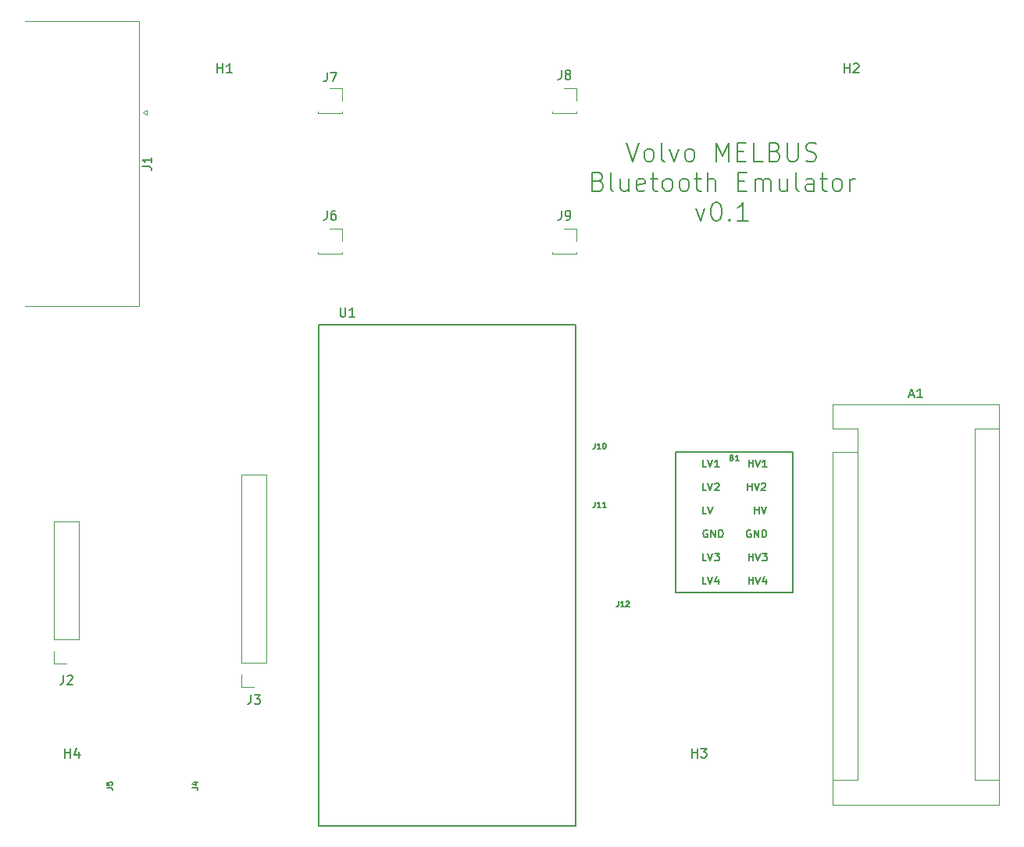
<source format=gto>
G04 #@! TF.GenerationSoftware,KiCad,Pcbnew,(6.0.4)*
G04 #@! TF.CreationDate,2022-04-10T11:41:21+03:00*
G04 #@! TF.ProjectId,volvo_bt_board,766f6c76-6f5f-4627-945f-626f6172642e,rev?*
G04 #@! TF.SameCoordinates,Original*
G04 #@! TF.FileFunction,Legend,Top*
G04 #@! TF.FilePolarity,Positive*
%FSLAX46Y46*%
G04 Gerber Fmt 4.6, Leading zero omitted, Abs format (unit mm)*
G04 Created by KiCad (PCBNEW (6.0.4)) date 2022-04-10 11:41:21*
%MOMM*%
%LPD*%
G01*
G04 APERTURE LIST*
%ADD10C,0.150000*%
%ADD11C,0.127000*%
%ADD12C,0.152400*%
%ADD13C,0.120000*%
%ADD14C,5.000000*%
%ADD15R,1.700000X1.700000*%
%ADD16C,2.082800*%
%ADD17R,1.600000X1.600000*%
%ADD18O,1.600000X1.600000*%
%ADD19O,1.700000X1.700000*%
%ADD20C,4.000000*%
%ADD21C,1.600000*%
%ADD22R,1.560000X1.560000*%
%ADD23C,1.560000*%
G04 APERTURE END LIST*
D10*
X136939047Y-62359761D02*
X137605714Y-64359761D01*
X138272380Y-62359761D01*
X139224761Y-64359761D02*
X139034285Y-64264523D01*
X138939047Y-64169285D01*
X138843809Y-63978809D01*
X138843809Y-63407380D01*
X138939047Y-63216904D01*
X139034285Y-63121666D01*
X139224761Y-63026428D01*
X139510476Y-63026428D01*
X139700952Y-63121666D01*
X139796190Y-63216904D01*
X139891428Y-63407380D01*
X139891428Y-63978809D01*
X139796190Y-64169285D01*
X139700952Y-64264523D01*
X139510476Y-64359761D01*
X139224761Y-64359761D01*
X141034285Y-64359761D02*
X140843809Y-64264523D01*
X140748571Y-64074047D01*
X140748571Y-62359761D01*
X141605714Y-63026428D02*
X142081904Y-64359761D01*
X142558095Y-63026428D01*
X143605714Y-64359761D02*
X143415238Y-64264523D01*
X143320000Y-64169285D01*
X143224761Y-63978809D01*
X143224761Y-63407380D01*
X143320000Y-63216904D01*
X143415238Y-63121666D01*
X143605714Y-63026428D01*
X143891428Y-63026428D01*
X144081904Y-63121666D01*
X144177142Y-63216904D01*
X144272380Y-63407380D01*
X144272380Y-63978809D01*
X144177142Y-64169285D01*
X144081904Y-64264523D01*
X143891428Y-64359761D01*
X143605714Y-64359761D01*
X146653333Y-64359761D02*
X146653333Y-62359761D01*
X147320000Y-63788333D01*
X147986666Y-62359761D01*
X147986666Y-64359761D01*
X148939047Y-63312142D02*
X149605714Y-63312142D01*
X149891428Y-64359761D02*
X148939047Y-64359761D01*
X148939047Y-62359761D01*
X149891428Y-62359761D01*
X151700952Y-64359761D02*
X150748571Y-64359761D01*
X150748571Y-62359761D01*
X153034285Y-63312142D02*
X153320000Y-63407380D01*
X153415238Y-63502619D01*
X153510476Y-63693095D01*
X153510476Y-63978809D01*
X153415238Y-64169285D01*
X153320000Y-64264523D01*
X153129523Y-64359761D01*
X152367619Y-64359761D01*
X152367619Y-62359761D01*
X153034285Y-62359761D01*
X153224761Y-62455000D01*
X153320000Y-62550238D01*
X153415238Y-62740714D01*
X153415238Y-62931190D01*
X153320000Y-63121666D01*
X153224761Y-63216904D01*
X153034285Y-63312142D01*
X152367619Y-63312142D01*
X154367619Y-62359761D02*
X154367619Y-63978809D01*
X154462857Y-64169285D01*
X154558095Y-64264523D01*
X154748571Y-64359761D01*
X155129523Y-64359761D01*
X155320000Y-64264523D01*
X155415238Y-64169285D01*
X155510476Y-63978809D01*
X155510476Y-62359761D01*
X156367619Y-64264523D02*
X156653333Y-64359761D01*
X157129523Y-64359761D01*
X157320000Y-64264523D01*
X157415238Y-64169285D01*
X157510476Y-63978809D01*
X157510476Y-63788333D01*
X157415238Y-63597857D01*
X157320000Y-63502619D01*
X157129523Y-63407380D01*
X156748571Y-63312142D01*
X156558095Y-63216904D01*
X156462857Y-63121666D01*
X156367619Y-62931190D01*
X156367619Y-62740714D01*
X156462857Y-62550238D01*
X156558095Y-62455000D01*
X156748571Y-62359761D01*
X157224761Y-62359761D01*
X157510476Y-62455000D01*
X133891428Y-66532142D02*
X134177142Y-66627380D01*
X134272380Y-66722619D01*
X134367619Y-66913095D01*
X134367619Y-67198809D01*
X134272380Y-67389285D01*
X134177142Y-67484523D01*
X133986666Y-67579761D01*
X133224761Y-67579761D01*
X133224761Y-65579761D01*
X133891428Y-65579761D01*
X134081904Y-65675000D01*
X134177142Y-65770238D01*
X134272380Y-65960714D01*
X134272380Y-66151190D01*
X134177142Y-66341666D01*
X134081904Y-66436904D01*
X133891428Y-66532142D01*
X133224761Y-66532142D01*
X135510476Y-67579761D02*
X135320000Y-67484523D01*
X135224761Y-67294047D01*
X135224761Y-65579761D01*
X137129523Y-66246428D02*
X137129523Y-67579761D01*
X136272380Y-66246428D02*
X136272380Y-67294047D01*
X136367619Y-67484523D01*
X136558095Y-67579761D01*
X136843809Y-67579761D01*
X137034285Y-67484523D01*
X137129523Y-67389285D01*
X138843809Y-67484523D02*
X138653333Y-67579761D01*
X138272380Y-67579761D01*
X138081904Y-67484523D01*
X137986666Y-67294047D01*
X137986666Y-66532142D01*
X138081904Y-66341666D01*
X138272380Y-66246428D01*
X138653333Y-66246428D01*
X138843809Y-66341666D01*
X138939047Y-66532142D01*
X138939047Y-66722619D01*
X137986666Y-66913095D01*
X139510476Y-66246428D02*
X140272380Y-66246428D01*
X139796190Y-65579761D02*
X139796190Y-67294047D01*
X139891428Y-67484523D01*
X140081904Y-67579761D01*
X140272380Y-67579761D01*
X141224761Y-67579761D02*
X141034285Y-67484523D01*
X140939047Y-67389285D01*
X140843809Y-67198809D01*
X140843809Y-66627380D01*
X140939047Y-66436904D01*
X141034285Y-66341666D01*
X141224761Y-66246428D01*
X141510476Y-66246428D01*
X141700952Y-66341666D01*
X141796190Y-66436904D01*
X141891428Y-66627380D01*
X141891428Y-67198809D01*
X141796190Y-67389285D01*
X141700952Y-67484523D01*
X141510476Y-67579761D01*
X141224761Y-67579761D01*
X143034285Y-67579761D02*
X142843809Y-67484523D01*
X142748571Y-67389285D01*
X142653333Y-67198809D01*
X142653333Y-66627380D01*
X142748571Y-66436904D01*
X142843809Y-66341666D01*
X143034285Y-66246428D01*
X143320000Y-66246428D01*
X143510476Y-66341666D01*
X143605714Y-66436904D01*
X143700952Y-66627380D01*
X143700952Y-67198809D01*
X143605714Y-67389285D01*
X143510476Y-67484523D01*
X143320000Y-67579761D01*
X143034285Y-67579761D01*
X144272380Y-66246428D02*
X145034285Y-66246428D01*
X144558095Y-65579761D02*
X144558095Y-67294047D01*
X144653333Y-67484523D01*
X144843809Y-67579761D01*
X145034285Y-67579761D01*
X145700952Y-67579761D02*
X145700952Y-65579761D01*
X146558095Y-67579761D02*
X146558095Y-66532142D01*
X146462857Y-66341666D01*
X146272380Y-66246428D01*
X145986666Y-66246428D01*
X145796190Y-66341666D01*
X145700952Y-66436904D01*
X149034285Y-66532142D02*
X149700952Y-66532142D01*
X149986666Y-67579761D02*
X149034285Y-67579761D01*
X149034285Y-65579761D01*
X149986666Y-65579761D01*
X150843809Y-67579761D02*
X150843809Y-66246428D01*
X150843809Y-66436904D02*
X150939047Y-66341666D01*
X151129523Y-66246428D01*
X151415238Y-66246428D01*
X151605714Y-66341666D01*
X151700952Y-66532142D01*
X151700952Y-67579761D01*
X151700952Y-66532142D02*
X151796190Y-66341666D01*
X151986666Y-66246428D01*
X152272380Y-66246428D01*
X152462857Y-66341666D01*
X152558095Y-66532142D01*
X152558095Y-67579761D01*
X154367619Y-66246428D02*
X154367619Y-67579761D01*
X153510476Y-66246428D02*
X153510476Y-67294047D01*
X153605714Y-67484523D01*
X153796190Y-67579761D01*
X154081904Y-67579761D01*
X154272380Y-67484523D01*
X154367619Y-67389285D01*
X155605714Y-67579761D02*
X155415238Y-67484523D01*
X155320000Y-67294047D01*
X155320000Y-65579761D01*
X157224761Y-67579761D02*
X157224761Y-66532142D01*
X157129523Y-66341666D01*
X156939047Y-66246428D01*
X156558095Y-66246428D01*
X156367619Y-66341666D01*
X157224761Y-67484523D02*
X157034285Y-67579761D01*
X156558095Y-67579761D01*
X156367619Y-67484523D01*
X156272380Y-67294047D01*
X156272380Y-67103571D01*
X156367619Y-66913095D01*
X156558095Y-66817857D01*
X157034285Y-66817857D01*
X157224761Y-66722619D01*
X157891428Y-66246428D02*
X158653333Y-66246428D01*
X158177142Y-65579761D02*
X158177142Y-67294047D01*
X158272380Y-67484523D01*
X158462857Y-67579761D01*
X158653333Y-67579761D01*
X159605714Y-67579761D02*
X159415238Y-67484523D01*
X159320000Y-67389285D01*
X159224761Y-67198809D01*
X159224761Y-66627380D01*
X159320000Y-66436904D01*
X159415238Y-66341666D01*
X159605714Y-66246428D01*
X159891428Y-66246428D01*
X160081904Y-66341666D01*
X160177142Y-66436904D01*
X160272380Y-66627380D01*
X160272380Y-67198809D01*
X160177142Y-67389285D01*
X160081904Y-67484523D01*
X159891428Y-67579761D01*
X159605714Y-67579761D01*
X161129523Y-67579761D02*
X161129523Y-66246428D01*
X161129523Y-66627380D02*
X161224761Y-66436904D01*
X161320000Y-66341666D01*
X161510476Y-66246428D01*
X161700952Y-66246428D01*
X144462857Y-69466428D02*
X144939047Y-70799761D01*
X145415238Y-69466428D01*
X146558095Y-68799761D02*
X146748571Y-68799761D01*
X146939047Y-68895000D01*
X147034285Y-68990238D01*
X147129523Y-69180714D01*
X147224761Y-69561666D01*
X147224761Y-70037857D01*
X147129523Y-70418809D01*
X147034285Y-70609285D01*
X146939047Y-70704523D01*
X146748571Y-70799761D01*
X146558095Y-70799761D01*
X146367619Y-70704523D01*
X146272380Y-70609285D01*
X146177142Y-70418809D01*
X146081904Y-70037857D01*
X146081904Y-69561666D01*
X146177142Y-69180714D01*
X146272380Y-68990238D01*
X146367619Y-68895000D01*
X146558095Y-68799761D01*
X148081904Y-70609285D02*
X148177142Y-70704523D01*
X148081904Y-70799761D01*
X147986666Y-70704523D01*
X148081904Y-70609285D01*
X148081904Y-70799761D01*
X150081904Y-70799761D02*
X148939047Y-70799761D01*
X149510476Y-70799761D02*
X149510476Y-68799761D01*
X149320000Y-69085476D01*
X149129523Y-69275952D01*
X148939047Y-69371190D01*
X144018095Y-129032380D02*
X144018095Y-128032380D01*
X144018095Y-128508571D02*
X144589523Y-128508571D01*
X144589523Y-129032380D02*
X144589523Y-128032380D01*
X144970476Y-128032380D02*
X145589523Y-128032380D01*
X145256190Y-128413333D01*
X145399047Y-128413333D01*
X145494285Y-128460952D01*
X145541904Y-128508571D01*
X145589523Y-128603809D01*
X145589523Y-128841904D01*
X145541904Y-128937142D01*
X145494285Y-128984761D01*
X145399047Y-129032380D01*
X145113333Y-129032380D01*
X145018095Y-128984761D01*
X144970476Y-128937142D01*
X129841666Y-69707380D02*
X129841666Y-70421666D01*
X129794047Y-70564523D01*
X129698809Y-70659761D01*
X129555952Y-70707380D01*
X129460714Y-70707380D01*
X130365476Y-70707380D02*
X130555952Y-70707380D01*
X130651190Y-70659761D01*
X130698809Y-70612142D01*
X130794047Y-70469285D01*
X130841666Y-70278809D01*
X130841666Y-69897857D01*
X130794047Y-69802619D01*
X130746428Y-69755000D01*
X130651190Y-69707380D01*
X130460714Y-69707380D01*
X130365476Y-69755000D01*
X130317857Y-69802619D01*
X130270238Y-69897857D01*
X130270238Y-70135952D01*
X130317857Y-70231190D01*
X130365476Y-70278809D01*
X130460714Y-70326428D01*
X130651190Y-70326428D01*
X130746428Y-70278809D01*
X130794047Y-70231190D01*
X130841666Y-70135952D01*
X104441666Y-69707380D02*
X104441666Y-70421666D01*
X104394047Y-70564523D01*
X104298809Y-70659761D01*
X104155952Y-70707380D01*
X104060714Y-70707380D01*
X105346428Y-69707380D02*
X105155952Y-69707380D01*
X105060714Y-69755000D01*
X105013095Y-69802619D01*
X104917857Y-69945476D01*
X104870238Y-70135952D01*
X104870238Y-70516904D01*
X104917857Y-70612142D01*
X104965476Y-70659761D01*
X105060714Y-70707380D01*
X105251190Y-70707380D01*
X105346428Y-70659761D01*
X105394047Y-70612142D01*
X105441666Y-70516904D01*
X105441666Y-70278809D01*
X105394047Y-70183571D01*
X105346428Y-70135952D01*
X105251190Y-70088333D01*
X105060714Y-70088333D01*
X104965476Y-70135952D01*
X104917857Y-70183571D01*
X104870238Y-70278809D01*
X92583095Y-54737380D02*
X92583095Y-53737380D01*
X92583095Y-54213571D02*
X93154523Y-54213571D01*
X93154523Y-54737380D02*
X93154523Y-53737380D01*
X94154523Y-54737380D02*
X93583095Y-54737380D01*
X93868809Y-54737380D02*
X93868809Y-53737380D01*
X93773571Y-53880238D01*
X93678333Y-53975476D01*
X93583095Y-54023095D01*
X104441666Y-54697380D02*
X104441666Y-55411666D01*
X104394047Y-55554523D01*
X104298809Y-55649761D01*
X104155952Y-55697380D01*
X104060714Y-55697380D01*
X104822619Y-54697380D02*
X105489285Y-54697380D01*
X105060714Y-55697380D01*
D11*
X133491514Y-94916171D02*
X133491514Y-95351600D01*
X133462485Y-95438685D01*
X133404428Y-95496742D01*
X133317342Y-95525771D01*
X133259285Y-95525771D01*
X134101114Y-95525771D02*
X133752771Y-95525771D01*
X133926942Y-95525771D02*
X133926942Y-94916171D01*
X133868885Y-95003257D01*
X133810828Y-95061314D01*
X133752771Y-95090342D01*
X134478485Y-94916171D02*
X134536542Y-94916171D01*
X134594600Y-94945200D01*
X134623628Y-94974228D01*
X134652657Y-95032285D01*
X134681685Y-95148400D01*
X134681685Y-95293542D01*
X134652657Y-95409657D01*
X134623628Y-95467714D01*
X134594600Y-95496742D01*
X134536542Y-95525771D01*
X134478485Y-95525771D01*
X134420428Y-95496742D01*
X134391400Y-95467714D01*
X134362371Y-95409657D01*
X134333342Y-95293542D01*
X134333342Y-95148400D01*
X134362371Y-95032285D01*
X134391400Y-94974228D01*
X134420428Y-94945200D01*
X134478485Y-94916171D01*
D10*
X160528095Y-54737380D02*
X160528095Y-53737380D01*
X160528095Y-54213571D02*
X161099523Y-54213571D01*
X161099523Y-54737380D02*
X161099523Y-53737380D01*
X161528095Y-53832619D02*
X161575714Y-53785000D01*
X161670952Y-53737380D01*
X161909047Y-53737380D01*
X162004285Y-53785000D01*
X162051904Y-53832619D01*
X162099523Y-53927857D01*
X162099523Y-54023095D01*
X162051904Y-54165952D01*
X161480476Y-54737380D01*
X162099523Y-54737380D01*
X167570714Y-89701666D02*
X168046904Y-89701666D01*
X167475476Y-89987380D02*
X167808809Y-88987380D01*
X168142142Y-89987380D01*
X168999285Y-89987380D02*
X168427857Y-89987380D01*
X168713571Y-89987380D02*
X168713571Y-88987380D01*
X168618333Y-89130238D01*
X168523095Y-89225476D01*
X168427857Y-89273095D01*
D11*
X89836171Y-132283200D02*
X90271600Y-132283200D01*
X90358685Y-132312228D01*
X90416742Y-132370285D01*
X90445771Y-132457371D01*
X90445771Y-132515428D01*
X90039371Y-131731657D02*
X90445771Y-131731657D01*
X89807142Y-131876800D02*
X90242571Y-132021942D01*
X90242571Y-131644571D01*
D10*
X96186666Y-122227380D02*
X96186666Y-122941666D01*
X96139047Y-123084523D01*
X96043809Y-123179761D01*
X95900952Y-123227380D01*
X95805714Y-123227380D01*
X96567619Y-122227380D02*
X97186666Y-122227380D01*
X96853333Y-122608333D01*
X96996190Y-122608333D01*
X97091428Y-122655952D01*
X97139047Y-122703571D01*
X97186666Y-122798809D01*
X97186666Y-123036904D01*
X97139047Y-123132142D01*
X97091428Y-123179761D01*
X96996190Y-123227380D01*
X96710476Y-123227380D01*
X96615238Y-123179761D01*
X96567619Y-123132142D01*
X76073095Y-129032380D02*
X76073095Y-128032380D01*
X76073095Y-128508571D02*
X76644523Y-128508571D01*
X76644523Y-129032380D02*
X76644523Y-128032380D01*
X77549285Y-128365714D02*
X77549285Y-129032380D01*
X77311190Y-127984761D02*
X77073095Y-128699047D01*
X77692142Y-128699047D01*
D11*
X148343257Y-96476457D02*
X148430342Y-96505485D01*
X148459371Y-96534514D01*
X148488400Y-96592571D01*
X148488400Y-96679657D01*
X148459371Y-96737714D01*
X148430342Y-96766742D01*
X148372285Y-96795771D01*
X148140057Y-96795771D01*
X148140057Y-96186171D01*
X148343257Y-96186171D01*
X148401314Y-96215200D01*
X148430342Y-96244228D01*
X148459371Y-96302285D01*
X148459371Y-96360342D01*
X148430342Y-96418400D01*
X148401314Y-96447428D01*
X148343257Y-96476457D01*
X148140057Y-96476457D01*
X149068971Y-96795771D02*
X148720628Y-96795771D01*
X148894800Y-96795771D02*
X148894800Y-96186171D01*
X148836742Y-96273257D01*
X148778685Y-96331314D01*
X148720628Y-96360342D01*
D12*
X150162380Y-110222695D02*
X150162380Y-109409895D01*
X150162380Y-109796942D02*
X150626838Y-109796942D01*
X150626838Y-110222695D02*
X150626838Y-109409895D01*
X150897771Y-109409895D02*
X151168704Y-110222695D01*
X151439638Y-109409895D01*
X152058914Y-109680828D02*
X152058914Y-110222695D01*
X151865390Y-109371190D02*
X151671866Y-109951761D01*
X152175028Y-109951761D01*
X150803428Y-102602695D02*
X150803428Y-101789895D01*
X150803428Y-102176942D02*
X151267885Y-102176942D01*
X151267885Y-102602695D02*
X151267885Y-101789895D01*
X151538819Y-101789895D02*
X151809752Y-102602695D01*
X152080685Y-101789895D01*
X145684723Y-104368600D02*
X145607314Y-104329895D01*
X145491200Y-104329895D01*
X145375085Y-104368600D01*
X145297676Y-104446009D01*
X145258971Y-104523419D01*
X145220266Y-104678238D01*
X145220266Y-104794352D01*
X145258971Y-104949171D01*
X145297676Y-105026580D01*
X145375085Y-105103990D01*
X145491200Y-105142695D01*
X145568609Y-105142695D01*
X145684723Y-105103990D01*
X145723428Y-105065285D01*
X145723428Y-104794352D01*
X145568609Y-104794352D01*
X146071771Y-105142695D02*
X146071771Y-104329895D01*
X146536228Y-105142695D01*
X146536228Y-104329895D01*
X146923276Y-105142695D02*
X146923276Y-104329895D01*
X147116800Y-104329895D01*
X147232914Y-104368600D01*
X147310323Y-104446009D01*
X147349028Y-104523419D01*
X147387733Y-104678238D01*
X147387733Y-104794352D01*
X147349028Y-104949171D01*
X147310323Y-105026580D01*
X147232914Y-105103990D01*
X147116800Y-105142695D01*
X146923276Y-105142695D01*
X145566190Y-110222695D02*
X145179142Y-110222695D01*
X145179142Y-109409895D01*
X145721009Y-109409895D02*
X145991942Y-110222695D01*
X146262876Y-109409895D01*
X146882152Y-109680828D02*
X146882152Y-110222695D01*
X146688628Y-109371190D02*
X146495104Y-109951761D01*
X146998266Y-109951761D01*
X145566190Y-97522695D02*
X145179142Y-97522695D01*
X145179142Y-96709895D01*
X145721009Y-96709895D02*
X145991942Y-97522695D01*
X146262876Y-96709895D01*
X146959561Y-97522695D02*
X146495104Y-97522695D01*
X146727333Y-97522695D02*
X146727333Y-96709895D01*
X146649923Y-96826009D01*
X146572514Y-96903419D01*
X146495104Y-96942123D01*
X150383723Y-104368600D02*
X150306314Y-104329895D01*
X150190200Y-104329895D01*
X150074085Y-104368600D01*
X149996676Y-104446009D01*
X149957971Y-104523419D01*
X149919266Y-104678238D01*
X149919266Y-104794352D01*
X149957971Y-104949171D01*
X149996676Y-105026580D01*
X150074085Y-105103990D01*
X150190200Y-105142695D01*
X150267609Y-105142695D01*
X150383723Y-105103990D01*
X150422428Y-105065285D01*
X150422428Y-104794352D01*
X150267609Y-104794352D01*
X150770771Y-105142695D02*
X150770771Y-104329895D01*
X151235228Y-105142695D01*
X151235228Y-104329895D01*
X151622276Y-105142695D02*
X151622276Y-104329895D01*
X151815800Y-104329895D01*
X151931914Y-104368600D01*
X152009323Y-104446009D01*
X152048028Y-104523419D01*
X152086733Y-104678238D01*
X152086733Y-104794352D01*
X152048028Y-104949171D01*
X152009323Y-105026580D01*
X151931914Y-105103990D01*
X151815800Y-105142695D01*
X151622276Y-105142695D01*
X150162380Y-97522695D02*
X150162380Y-96709895D01*
X150162380Y-97096942D02*
X150626838Y-97096942D01*
X150626838Y-97522695D02*
X150626838Y-96709895D01*
X150897771Y-96709895D02*
X151168704Y-97522695D01*
X151439638Y-96709895D01*
X152136323Y-97522695D02*
X151671866Y-97522695D01*
X151904095Y-97522695D02*
X151904095Y-96709895D01*
X151826685Y-96826009D01*
X151749276Y-96903419D01*
X151671866Y-96942123D01*
X145572238Y-102602695D02*
X145185190Y-102602695D01*
X145185190Y-101789895D01*
X145727057Y-101789895D02*
X145997990Y-102602695D01*
X146268923Y-101789895D01*
X145566190Y-100062695D02*
X145179142Y-100062695D01*
X145179142Y-99249895D01*
X145721009Y-99249895D02*
X145991942Y-100062695D01*
X146262876Y-99249895D01*
X146495104Y-99327304D02*
X146533809Y-99288600D01*
X146611219Y-99249895D01*
X146804742Y-99249895D01*
X146882152Y-99288600D01*
X146920857Y-99327304D01*
X146959561Y-99404714D01*
X146959561Y-99482123D01*
X146920857Y-99598238D01*
X146456400Y-100062695D01*
X146959561Y-100062695D01*
X150035380Y-100062695D02*
X150035380Y-99249895D01*
X150035380Y-99636942D02*
X150499838Y-99636942D01*
X150499838Y-100062695D02*
X150499838Y-99249895D01*
X150770771Y-99249895D02*
X151041704Y-100062695D01*
X151312638Y-99249895D01*
X151544866Y-99327304D02*
X151583571Y-99288600D01*
X151660980Y-99249895D01*
X151854504Y-99249895D01*
X151931914Y-99288600D01*
X151970619Y-99327304D01*
X152009323Y-99404714D01*
X152009323Y-99482123D01*
X151970619Y-99598238D01*
X151506161Y-100062695D01*
X152009323Y-100062695D01*
X145566190Y-107682695D02*
X145179142Y-107682695D01*
X145179142Y-106869895D01*
X145721009Y-106869895D02*
X145991942Y-107682695D01*
X146262876Y-106869895D01*
X146456400Y-106869895D02*
X146959561Y-106869895D01*
X146688628Y-107179533D01*
X146804742Y-107179533D01*
X146882152Y-107218238D01*
X146920857Y-107256942D01*
X146959561Y-107334352D01*
X146959561Y-107527876D01*
X146920857Y-107605285D01*
X146882152Y-107643990D01*
X146804742Y-107682695D01*
X146572514Y-107682695D01*
X146495104Y-107643990D01*
X146456400Y-107605285D01*
X150162380Y-107682695D02*
X150162380Y-106869895D01*
X150162380Y-107256942D02*
X150626838Y-107256942D01*
X150626838Y-107682695D02*
X150626838Y-106869895D01*
X150897771Y-106869895D02*
X151168704Y-107682695D01*
X151439638Y-106869895D01*
X151633161Y-106869895D02*
X152136323Y-106869895D01*
X151865390Y-107179533D01*
X151981504Y-107179533D01*
X152058914Y-107218238D01*
X152097619Y-107256942D01*
X152136323Y-107334352D01*
X152136323Y-107527876D01*
X152097619Y-107605285D01*
X152058914Y-107643990D01*
X151981504Y-107682695D01*
X151749276Y-107682695D01*
X151671866Y-107643990D01*
X151633161Y-107605285D01*
D10*
X84442711Y-64928333D02*
X85156997Y-64928333D01*
X85299854Y-64975952D01*
X85395092Y-65071190D01*
X85442711Y-65214047D01*
X85442711Y-65309285D01*
X85442711Y-63928333D02*
X85442711Y-64499761D01*
X85442711Y-64214047D02*
X84442711Y-64214047D01*
X84585569Y-64309285D01*
X84680807Y-64404523D01*
X84728426Y-64499761D01*
X105883626Y-80226124D02*
X105883626Y-81035960D01*
X105931263Y-81131235D01*
X105978901Y-81178873D01*
X106074175Y-81226510D01*
X106264725Y-81226510D01*
X106360000Y-81178873D01*
X106407637Y-81131235D01*
X106455275Y-81035960D01*
X106455275Y-80226124D01*
X107455661Y-81226510D02*
X106884012Y-81226510D01*
X107169836Y-81226510D02*
X107169836Y-80226124D01*
X107074561Y-80369036D01*
X106979287Y-80464311D01*
X106884012Y-80511949D01*
D11*
X80565171Y-132283200D02*
X81000600Y-132283200D01*
X81087685Y-132312228D01*
X81145742Y-132370285D01*
X81174771Y-132457371D01*
X81174771Y-132515428D01*
X80565171Y-131702628D02*
X80565171Y-131992914D01*
X80855457Y-132021942D01*
X80826428Y-131992914D01*
X80797400Y-131934857D01*
X80797400Y-131789714D01*
X80826428Y-131731657D01*
X80855457Y-131702628D01*
X80913514Y-131673600D01*
X81058657Y-131673600D01*
X81116714Y-131702628D01*
X81145742Y-131731657D01*
X81174771Y-131789714D01*
X81174771Y-131934857D01*
X81145742Y-131992914D01*
X81116714Y-132021942D01*
X133491514Y-101266171D02*
X133491514Y-101701600D01*
X133462485Y-101788685D01*
X133404428Y-101846742D01*
X133317342Y-101875771D01*
X133259285Y-101875771D01*
X134101114Y-101875771D02*
X133752771Y-101875771D01*
X133926942Y-101875771D02*
X133926942Y-101266171D01*
X133868885Y-101353257D01*
X133810828Y-101411314D01*
X133752771Y-101440342D01*
X134681685Y-101875771D02*
X134333342Y-101875771D01*
X134507514Y-101875771D02*
X134507514Y-101266171D01*
X134449457Y-101353257D01*
X134391400Y-101411314D01*
X134333342Y-101440342D01*
D10*
X129841666Y-54467380D02*
X129841666Y-55181666D01*
X129794047Y-55324523D01*
X129698809Y-55419761D01*
X129555952Y-55467380D01*
X129460714Y-55467380D01*
X130460714Y-54895952D02*
X130365476Y-54848333D01*
X130317857Y-54800714D01*
X130270238Y-54705476D01*
X130270238Y-54657857D01*
X130317857Y-54562619D01*
X130365476Y-54515000D01*
X130460714Y-54467380D01*
X130651190Y-54467380D01*
X130746428Y-54515000D01*
X130794047Y-54562619D01*
X130841666Y-54657857D01*
X130841666Y-54705476D01*
X130794047Y-54800714D01*
X130746428Y-54848333D01*
X130651190Y-54895952D01*
X130460714Y-54895952D01*
X130365476Y-54943571D01*
X130317857Y-54991190D01*
X130270238Y-55086428D01*
X130270238Y-55276904D01*
X130317857Y-55372142D01*
X130365476Y-55419761D01*
X130460714Y-55467380D01*
X130651190Y-55467380D01*
X130746428Y-55419761D01*
X130794047Y-55372142D01*
X130841666Y-55276904D01*
X130841666Y-55086428D01*
X130794047Y-54991190D01*
X130746428Y-54943571D01*
X130651190Y-54895952D01*
D11*
X136031514Y-112061171D02*
X136031514Y-112496600D01*
X136002485Y-112583685D01*
X135944428Y-112641742D01*
X135857342Y-112670771D01*
X135799285Y-112670771D01*
X136641114Y-112670771D02*
X136292771Y-112670771D01*
X136466942Y-112670771D02*
X136466942Y-112061171D01*
X136408885Y-112148257D01*
X136350828Y-112206314D01*
X136292771Y-112235342D01*
X136873342Y-112119228D02*
X136902371Y-112090200D01*
X136960428Y-112061171D01*
X137105571Y-112061171D01*
X137163628Y-112090200D01*
X137192657Y-112119228D01*
X137221685Y-112177285D01*
X137221685Y-112235342D01*
X137192657Y-112322428D01*
X136844314Y-112670771D01*
X137221685Y-112670771D01*
D10*
X75866666Y-120102380D02*
X75866666Y-120816666D01*
X75819047Y-120959523D01*
X75723809Y-121054761D01*
X75580952Y-121102380D01*
X75485714Y-121102380D01*
X76295238Y-120197619D02*
X76342857Y-120150000D01*
X76438095Y-120102380D01*
X76676190Y-120102380D01*
X76771428Y-120150000D01*
X76819047Y-120197619D01*
X76866666Y-120292857D01*
X76866666Y-120388095D01*
X76819047Y-120530952D01*
X76247619Y-121102380D01*
X76866666Y-121102380D01*
D13*
X128845000Y-74235000D02*
X128845000Y-74355000D01*
X130175000Y-71695000D02*
X131505000Y-71695000D01*
X131505000Y-71695000D02*
X131505000Y-73025000D01*
X128845000Y-74355000D02*
X131505000Y-74355000D01*
X131505000Y-74235000D02*
X131505000Y-74355000D01*
X104775000Y-71695000D02*
X106105000Y-71695000D01*
X106105000Y-71695000D02*
X106105000Y-73025000D01*
X106105000Y-74235000D02*
X106105000Y-74355000D01*
X103445000Y-74355000D02*
X106105000Y-74355000D01*
X103445000Y-74235000D02*
X103445000Y-74355000D01*
X104775000Y-56455000D02*
X106105000Y-56455000D01*
X106105000Y-58995000D02*
X106105000Y-59115000D01*
X103445000Y-59115000D02*
X106105000Y-59115000D01*
X106105000Y-56455000D02*
X106105000Y-57785000D01*
X103445000Y-58995000D02*
X103445000Y-59115000D01*
X177305000Y-90675000D02*
X159265000Y-90675000D01*
X161935000Y-95885000D02*
X161935000Y-93345000D01*
X177305000Y-134115000D02*
X177305000Y-90675000D01*
X161935000Y-95885000D02*
X161935000Y-131445000D01*
X161935000Y-131445000D02*
X159265000Y-131445000D01*
X174635000Y-93345000D02*
X174635000Y-131445000D01*
X159265000Y-134115000D02*
X177305000Y-134115000D01*
X161935000Y-95885000D02*
X159265000Y-95885000D01*
X159265000Y-90675000D02*
X159265000Y-93345000D01*
X174635000Y-131445000D02*
X177305000Y-131445000D01*
X174635000Y-93345000D02*
X177305000Y-93345000D01*
X159265000Y-95885000D02*
X159265000Y-134115000D01*
X161935000Y-93345000D02*
X159265000Y-93345000D01*
X95190000Y-118735000D02*
X95190000Y-98355000D01*
X97850000Y-98355000D02*
X95190000Y-98355000D01*
X96520000Y-121335000D02*
X95190000Y-121335000D01*
X97850000Y-118735000D02*
X97850000Y-98355000D01*
X97850000Y-118735000D02*
X95190000Y-118735000D01*
X95190000Y-121335000D02*
X95190000Y-120005000D01*
D11*
X154940000Y-111125000D02*
X142240000Y-111125000D01*
X154940000Y-95885000D02*
X154940000Y-111125000D01*
X142240000Y-95885000D02*
X154940000Y-95885000D01*
X142240000Y-111125000D02*
X142240000Y-95885000D01*
D13*
X84050331Y-49110000D02*
X84050331Y-80080000D01*
X71710331Y-49110000D02*
X84050331Y-49110000D01*
X84944669Y-59305000D02*
X84511656Y-59055000D01*
X84511656Y-59055000D02*
X84944669Y-58805000D01*
X84944669Y-58805000D02*
X84944669Y-59305000D01*
X84050331Y-80080000D02*
X71710331Y-80080000D01*
D11*
X131425000Y-82070000D02*
X131425000Y-136470000D01*
X131425000Y-136470000D02*
X103525000Y-136470000D01*
X103525000Y-82070000D02*
X131425000Y-82070000D01*
X103525000Y-136470000D02*
X103525000Y-82070000D01*
D13*
X128845000Y-58995000D02*
X128845000Y-59115000D01*
X128845000Y-59115000D02*
X131505000Y-59115000D01*
X131505000Y-58995000D02*
X131505000Y-59115000D01*
X131505000Y-56455000D02*
X131505000Y-57785000D01*
X130175000Y-56455000D02*
X131505000Y-56455000D01*
X76200000Y-118795000D02*
X74870000Y-118795000D01*
X77530000Y-116195000D02*
X77530000Y-103435000D01*
X77530000Y-103435000D02*
X74870000Y-103435000D01*
X74870000Y-116195000D02*
X74870000Y-103435000D01*
X74870000Y-118795000D02*
X74870000Y-117465000D01*
X77530000Y-116195000D02*
X74870000Y-116195000D01*
%LPC*%
D14*
X144780000Y-132080000D03*
D15*
X130175000Y-73025000D03*
X104775000Y-73025000D03*
D14*
X93345000Y-57785000D03*
D15*
X104775000Y-57785000D03*
D16*
X135255000Y-97155000D03*
X137795000Y-97155000D03*
D14*
X161290000Y-57785000D03*
D17*
X160665000Y-94615000D03*
D18*
X160665000Y-97155000D03*
X160665000Y-99695000D03*
X160665000Y-102235000D03*
X160665000Y-104775000D03*
X160665000Y-107315000D03*
X160665000Y-109855000D03*
X160665000Y-112395000D03*
X160665000Y-114935000D03*
X160665000Y-117475000D03*
X160665000Y-120015000D03*
X160665000Y-122555000D03*
X160665000Y-125095000D03*
X160665000Y-127635000D03*
X160665000Y-130175000D03*
X175905000Y-130175000D03*
X175905000Y-127635000D03*
X175905000Y-125095000D03*
X175905000Y-122555000D03*
X175905000Y-120015000D03*
X175905000Y-117475000D03*
X175905000Y-114935000D03*
X175905000Y-112395000D03*
X175905000Y-109855000D03*
X175905000Y-107315000D03*
X175905000Y-104775000D03*
X175905000Y-102235000D03*
X175905000Y-99695000D03*
X175905000Y-97155000D03*
X175905000Y-94615000D03*
D16*
X88265000Y-130810000D03*
X88265000Y-133350000D03*
D15*
X96520000Y-120005000D03*
D19*
X96520000Y-117465000D03*
X96520000Y-114925000D03*
X96520000Y-112385000D03*
X96520000Y-109845000D03*
X96520000Y-107305000D03*
X96520000Y-104765000D03*
X96520000Y-102225000D03*
X96520000Y-99685000D03*
D14*
X76835000Y-132080000D03*
D16*
X143510000Y-104775000D03*
X153670000Y-104775000D03*
X153670000Y-102235000D03*
X153670000Y-97155000D03*
X153670000Y-99695000D03*
X153670000Y-107315000D03*
X153670000Y-109855000D03*
X143510000Y-102235000D03*
X143510000Y-97155000D03*
X143510000Y-99695000D03*
X143510000Y-107315000D03*
X143510000Y-109855000D03*
D20*
X80770331Y-52095000D03*
X80770331Y-77095000D03*
D17*
X82190331Y-59055000D03*
D21*
X82190331Y-61825000D03*
X82190331Y-64595000D03*
X82190331Y-67365000D03*
X82190331Y-70135000D03*
X79350331Y-60440000D03*
X79350331Y-63210000D03*
X79350331Y-65980000D03*
X79350331Y-68750000D03*
D22*
X104775000Y-89460000D03*
D23*
X104775000Y-92000000D03*
X104775000Y-94540000D03*
X104775000Y-97080000D03*
X104775000Y-99620000D03*
X104775000Y-102160000D03*
X104775000Y-104700000D03*
X104775000Y-107240000D03*
X104775000Y-109780000D03*
X104775000Y-112320000D03*
X104775000Y-114860000D03*
X104775000Y-117400000D03*
X104775000Y-119940000D03*
X104775000Y-122480000D03*
X104775000Y-125020000D03*
X104775000Y-127560000D03*
X104775000Y-130100000D03*
X104775000Y-132640000D03*
X104775000Y-135180000D03*
X130175000Y-89460000D03*
X130175000Y-92000000D03*
X130175000Y-94540000D03*
X130175000Y-97080000D03*
X130175000Y-99620000D03*
X130175000Y-102160000D03*
X130175000Y-104700000D03*
X130175000Y-107240000D03*
X130175000Y-109780000D03*
X130175000Y-112320000D03*
X130175000Y-114860000D03*
X130175000Y-117400000D03*
X130175000Y-119940000D03*
X130175000Y-122480000D03*
X130175000Y-125020000D03*
X130175000Y-127560000D03*
X130175000Y-130100000D03*
X130175000Y-132640000D03*
X130175000Y-135180000D03*
D16*
X82550000Y-133350000D03*
X82550000Y-130810000D03*
X137795000Y-99695000D03*
X135255000Y-99695000D03*
D15*
X130175000Y-57785000D03*
D16*
X135255000Y-114935000D03*
X137795000Y-114935000D03*
D15*
X76200000Y-117465000D03*
D19*
X76200000Y-114925000D03*
X76200000Y-112385000D03*
X76200000Y-109845000D03*
X76200000Y-107305000D03*
X76200000Y-104765000D03*
M02*

</source>
